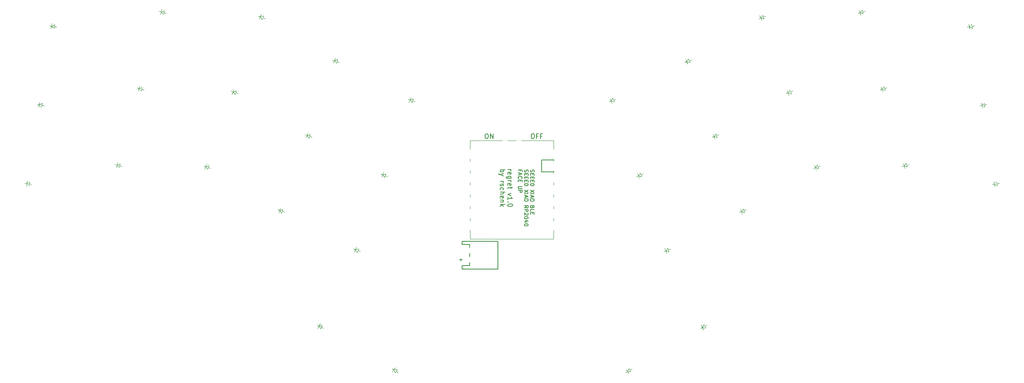
<source format=gto>
%TF.GenerationSoftware,KiCad,Pcbnew,7.0.5-0*%
%TF.CreationDate,2023-06-28T16:40:39-04:00*%
%TF.ProjectId,regret,72656772-6574-42e6-9b69-6361645f7063,1*%
%TF.SameCoordinates,Original*%
%TF.FileFunction,Legend,Top*%
%TF.FilePolarity,Positive*%
%FSLAX46Y46*%
G04 Gerber Fmt 4.6, Leading zero omitted, Abs format (unit mm)*
G04 Created by KiCad (PCBNEW 7.0.5-0) date 2023-06-28 16:40:39*
%MOMM*%
%LPD*%
G01*
G04 APERTURE LIST*
G04 Aperture macros list*
%AMRotRect*
0 Rectangle, with rotation*
0 The origin of the aperture is its center*
0 $1 length*
0 $2 width*
0 $3 Rotation angle, in degrees counterclockwise*
0 Add horizontal line*
21,1,$1,$2,0,0,$3*%
G04 Aperture macros list end*
%ADD10C,0.150000*%
%ADD11C,0.200000*%
%ADD12C,0.100000*%
%ADD13C,0.120000*%
%ADD14O,2.750000X1.800000*%
%ADD15R,2.750000X1.800000*%
%ADD16C,2.000000*%
%ADD17C,1.000000*%
%ADD18C,2.200000*%
%ADD19RotRect,0.900000X1.200000X16.000000*%
%ADD20C,1.701800*%
%ADD21C,3.000000*%
%ADD22C,3.429000*%
%ADD23RotRect,0.900000X1.200000X20.000000*%
%ADD24C,4.400000*%
%ADD25RotRect,0.900000X1.200000X9.000000*%
%ADD26RotRect,0.900000X1.200000X27.000000*%
%ADD27RotRect,0.900000X1.200000X340.000000*%
%ADD28RotRect,0.900000X1.200000X34.000000*%
%ADD29RotRect,0.900000X1.200000X326.000000*%
%ADD30RotRect,0.900000X1.200000X351.000000*%
%ADD31R,1.700000X1.200000*%
%ADD32O,1.700000X1.200000*%
%ADD33RotRect,0.900000X1.200000X344.000000*%
%ADD34RotRect,0.900000X1.200000X333.000000*%
%ADD35C,0.750000*%
G04 APERTURE END LIST*
D10*
X217200180Y-122931428D02*
X217866847Y-122931428D01*
X217676371Y-122931428D02*
X217771609Y-122979047D01*
X217771609Y-122979047D02*
X217819228Y-123026666D01*
X217819228Y-123026666D02*
X217866847Y-123121904D01*
X217866847Y-123121904D02*
X217866847Y-123217142D01*
X217247800Y-123931428D02*
X217200180Y-123836190D01*
X217200180Y-123836190D02*
X217200180Y-123645714D01*
X217200180Y-123645714D02*
X217247800Y-123550476D01*
X217247800Y-123550476D02*
X217343038Y-123502857D01*
X217343038Y-123502857D02*
X217723990Y-123502857D01*
X217723990Y-123502857D02*
X217819228Y-123550476D01*
X217819228Y-123550476D02*
X217866847Y-123645714D01*
X217866847Y-123645714D02*
X217866847Y-123836190D01*
X217866847Y-123836190D02*
X217819228Y-123931428D01*
X217819228Y-123931428D02*
X217723990Y-123979047D01*
X217723990Y-123979047D02*
X217628752Y-123979047D01*
X217628752Y-123979047D02*
X217533514Y-123502857D01*
X217866847Y-124836190D02*
X217057323Y-124836190D01*
X217057323Y-124836190D02*
X216962085Y-124788571D01*
X216962085Y-124788571D02*
X216914466Y-124740952D01*
X216914466Y-124740952D02*
X216866847Y-124645714D01*
X216866847Y-124645714D02*
X216866847Y-124502857D01*
X216866847Y-124502857D02*
X216914466Y-124407619D01*
X217247800Y-124836190D02*
X217200180Y-124740952D01*
X217200180Y-124740952D02*
X217200180Y-124550476D01*
X217200180Y-124550476D02*
X217247800Y-124455238D01*
X217247800Y-124455238D02*
X217295419Y-124407619D01*
X217295419Y-124407619D02*
X217390657Y-124360000D01*
X217390657Y-124360000D02*
X217676371Y-124360000D01*
X217676371Y-124360000D02*
X217771609Y-124407619D01*
X217771609Y-124407619D02*
X217819228Y-124455238D01*
X217819228Y-124455238D02*
X217866847Y-124550476D01*
X217866847Y-124550476D02*
X217866847Y-124740952D01*
X217866847Y-124740952D02*
X217819228Y-124836190D01*
X217200180Y-125312381D02*
X217866847Y-125312381D01*
X217676371Y-125312381D02*
X217771609Y-125360000D01*
X217771609Y-125360000D02*
X217819228Y-125407619D01*
X217819228Y-125407619D02*
X217866847Y-125502857D01*
X217866847Y-125502857D02*
X217866847Y-125598095D01*
X217247800Y-126312381D02*
X217200180Y-126217143D01*
X217200180Y-126217143D02*
X217200180Y-126026667D01*
X217200180Y-126026667D02*
X217247800Y-125931429D01*
X217247800Y-125931429D02*
X217343038Y-125883810D01*
X217343038Y-125883810D02*
X217723990Y-125883810D01*
X217723990Y-125883810D02*
X217819228Y-125931429D01*
X217819228Y-125931429D02*
X217866847Y-126026667D01*
X217866847Y-126026667D02*
X217866847Y-126217143D01*
X217866847Y-126217143D02*
X217819228Y-126312381D01*
X217819228Y-126312381D02*
X217723990Y-126360000D01*
X217723990Y-126360000D02*
X217628752Y-126360000D01*
X217628752Y-126360000D02*
X217533514Y-125883810D01*
X217866847Y-126645715D02*
X217866847Y-127026667D01*
X218200180Y-126788572D02*
X217343038Y-126788572D01*
X217343038Y-126788572D02*
X217247800Y-126836191D01*
X217247800Y-126836191D02*
X217200180Y-126931429D01*
X217200180Y-126931429D02*
X217200180Y-127026667D01*
X217866847Y-128026668D02*
X217200180Y-128264763D01*
X217200180Y-128264763D02*
X217866847Y-128502858D01*
X217200180Y-129407620D02*
X217200180Y-128836192D01*
X217200180Y-129121906D02*
X218200180Y-129121906D01*
X218200180Y-129121906D02*
X218057323Y-129026668D01*
X218057323Y-129026668D02*
X217962085Y-128931430D01*
X217962085Y-128931430D02*
X217914466Y-128836192D01*
X217295419Y-129836192D02*
X217247800Y-129883811D01*
X217247800Y-129883811D02*
X217200180Y-129836192D01*
X217200180Y-129836192D02*
X217247800Y-129788573D01*
X217247800Y-129788573D02*
X217295419Y-129836192D01*
X217295419Y-129836192D02*
X217200180Y-129836192D01*
X218200180Y-130502858D02*
X218200180Y-130598096D01*
X218200180Y-130598096D02*
X218152561Y-130693334D01*
X218152561Y-130693334D02*
X218104942Y-130740953D01*
X218104942Y-130740953D02*
X218009704Y-130788572D01*
X218009704Y-130788572D02*
X217819228Y-130836191D01*
X217819228Y-130836191D02*
X217581133Y-130836191D01*
X217581133Y-130836191D02*
X217390657Y-130788572D01*
X217390657Y-130788572D02*
X217295419Y-130740953D01*
X217295419Y-130740953D02*
X217247800Y-130693334D01*
X217247800Y-130693334D02*
X217200180Y-130598096D01*
X217200180Y-130598096D02*
X217200180Y-130502858D01*
X217200180Y-130502858D02*
X217247800Y-130407620D01*
X217247800Y-130407620D02*
X217295419Y-130360001D01*
X217295419Y-130360001D02*
X217390657Y-130312382D01*
X217390657Y-130312382D02*
X217581133Y-130264763D01*
X217581133Y-130264763D02*
X217819228Y-130264763D01*
X217819228Y-130264763D02*
X218009704Y-130312382D01*
X218009704Y-130312382D02*
X218104942Y-130360001D01*
X218104942Y-130360001D02*
X218152561Y-130407620D01*
X218152561Y-130407620D02*
X218200180Y-130502858D01*
X215590180Y-123002856D02*
X216590180Y-123002856D01*
X216209228Y-123002856D02*
X216256847Y-123098094D01*
X216256847Y-123098094D02*
X216256847Y-123288570D01*
X216256847Y-123288570D02*
X216209228Y-123383808D01*
X216209228Y-123383808D02*
X216161609Y-123431427D01*
X216161609Y-123431427D02*
X216066371Y-123479046D01*
X216066371Y-123479046D02*
X215780657Y-123479046D01*
X215780657Y-123479046D02*
X215685419Y-123431427D01*
X215685419Y-123431427D02*
X215637800Y-123383808D01*
X215637800Y-123383808D02*
X215590180Y-123288570D01*
X215590180Y-123288570D02*
X215590180Y-123098094D01*
X215590180Y-123098094D02*
X215637800Y-123002856D01*
X216256847Y-123812380D02*
X215590180Y-124050475D01*
X216256847Y-124288570D02*
X215590180Y-124050475D01*
X215590180Y-124050475D02*
X215352085Y-123955237D01*
X215352085Y-123955237D02*
X215304466Y-123907618D01*
X215304466Y-123907618D02*
X215256847Y-123812380D01*
X215590180Y-125431428D02*
X216256847Y-125431428D01*
X216066371Y-125431428D02*
X216161609Y-125479047D01*
X216161609Y-125479047D02*
X216209228Y-125526666D01*
X216209228Y-125526666D02*
X216256847Y-125621904D01*
X216256847Y-125621904D02*
X216256847Y-125717142D01*
X215637800Y-126002857D02*
X215590180Y-126098095D01*
X215590180Y-126098095D02*
X215590180Y-126288571D01*
X215590180Y-126288571D02*
X215637800Y-126383809D01*
X215637800Y-126383809D02*
X215733038Y-126431428D01*
X215733038Y-126431428D02*
X215780657Y-126431428D01*
X215780657Y-126431428D02*
X215875895Y-126383809D01*
X215875895Y-126383809D02*
X215923514Y-126288571D01*
X215923514Y-126288571D02*
X215923514Y-126145714D01*
X215923514Y-126145714D02*
X215971133Y-126050476D01*
X215971133Y-126050476D02*
X216066371Y-126002857D01*
X216066371Y-126002857D02*
X216113990Y-126002857D01*
X216113990Y-126002857D02*
X216209228Y-126050476D01*
X216209228Y-126050476D02*
X216256847Y-126145714D01*
X216256847Y-126145714D02*
X216256847Y-126288571D01*
X216256847Y-126288571D02*
X216209228Y-126383809D01*
X215637800Y-127288571D02*
X215590180Y-127193333D01*
X215590180Y-127193333D02*
X215590180Y-127002857D01*
X215590180Y-127002857D02*
X215637800Y-126907619D01*
X215637800Y-126907619D02*
X215685419Y-126860000D01*
X215685419Y-126860000D02*
X215780657Y-126812381D01*
X215780657Y-126812381D02*
X216066371Y-126812381D01*
X216066371Y-126812381D02*
X216161609Y-126860000D01*
X216161609Y-126860000D02*
X216209228Y-126907619D01*
X216209228Y-126907619D02*
X216256847Y-127002857D01*
X216256847Y-127002857D02*
X216256847Y-127193333D01*
X216256847Y-127193333D02*
X216209228Y-127288571D01*
X215590180Y-127717143D02*
X216590180Y-127717143D01*
X215590180Y-128145714D02*
X216113990Y-128145714D01*
X216113990Y-128145714D02*
X216209228Y-128098095D01*
X216209228Y-128098095D02*
X216256847Y-128002857D01*
X216256847Y-128002857D02*
X216256847Y-127860000D01*
X216256847Y-127860000D02*
X216209228Y-127764762D01*
X216209228Y-127764762D02*
X216161609Y-127717143D01*
X215637800Y-129002857D02*
X215590180Y-128907619D01*
X215590180Y-128907619D02*
X215590180Y-128717143D01*
X215590180Y-128717143D02*
X215637800Y-128621905D01*
X215637800Y-128621905D02*
X215733038Y-128574286D01*
X215733038Y-128574286D02*
X216113990Y-128574286D01*
X216113990Y-128574286D02*
X216209228Y-128621905D01*
X216209228Y-128621905D02*
X216256847Y-128717143D01*
X216256847Y-128717143D02*
X216256847Y-128907619D01*
X216256847Y-128907619D02*
X216209228Y-129002857D01*
X216209228Y-129002857D02*
X216113990Y-129050476D01*
X216113990Y-129050476D02*
X216018752Y-129050476D01*
X216018752Y-129050476D02*
X215923514Y-128574286D01*
X216256847Y-129479048D02*
X215590180Y-129479048D01*
X216161609Y-129479048D02*
X216209228Y-129526667D01*
X216209228Y-129526667D02*
X216256847Y-129621905D01*
X216256847Y-129621905D02*
X216256847Y-129764762D01*
X216256847Y-129764762D02*
X216209228Y-129860000D01*
X216209228Y-129860000D02*
X216113990Y-129907619D01*
X216113990Y-129907619D02*
X215590180Y-129907619D01*
X215590180Y-130383810D02*
X216590180Y-130383810D01*
X215971133Y-130479048D02*
X215590180Y-130764762D01*
X216256847Y-130764762D02*
X215875895Y-130383810D01*
D11*
X222414224Y-115308433D02*
X222604700Y-115308433D01*
X222604700Y-115308433D02*
X222699938Y-115356052D01*
X222699938Y-115356052D02*
X222795176Y-115451290D01*
X222795176Y-115451290D02*
X222842795Y-115641766D01*
X222842795Y-115641766D02*
X222842795Y-115975099D01*
X222842795Y-115975099D02*
X222795176Y-116165575D01*
X222795176Y-116165575D02*
X222699938Y-116260814D01*
X222699938Y-116260814D02*
X222604700Y-116308433D01*
X222604700Y-116308433D02*
X222414224Y-116308433D01*
X222414224Y-116308433D02*
X222318986Y-116260814D01*
X222318986Y-116260814D02*
X222223748Y-116165575D01*
X222223748Y-116165575D02*
X222176129Y-115975099D01*
X222176129Y-115975099D02*
X222176129Y-115641766D01*
X222176129Y-115641766D02*
X222223748Y-115451290D01*
X222223748Y-115451290D02*
X222318986Y-115356052D01*
X222318986Y-115356052D02*
X222414224Y-115308433D01*
X223604700Y-115784623D02*
X223271367Y-115784623D01*
X223271367Y-116308433D02*
X223271367Y-115308433D01*
X223271367Y-115308433D02*
X223747557Y-115308433D01*
X224461843Y-115784623D02*
X224128510Y-115784623D01*
X224128510Y-116308433D02*
X224128510Y-115308433D01*
X224128510Y-115308433D02*
X224604700Y-115308433D01*
X212614226Y-115308436D02*
X212804702Y-115308436D01*
X212804702Y-115308436D02*
X212899940Y-115356055D01*
X212899940Y-115356055D02*
X212995178Y-115451293D01*
X212995178Y-115451293D02*
X213042797Y-115641769D01*
X213042797Y-115641769D02*
X213042797Y-115975102D01*
X213042797Y-115975102D02*
X212995178Y-116165578D01*
X212995178Y-116165578D02*
X212899940Y-116260817D01*
X212899940Y-116260817D02*
X212804702Y-116308436D01*
X212804702Y-116308436D02*
X212614226Y-116308436D01*
X212614226Y-116308436D02*
X212518988Y-116260817D01*
X212518988Y-116260817D02*
X212423750Y-116165578D01*
X212423750Y-116165578D02*
X212376131Y-115975102D01*
X212376131Y-115975102D02*
X212376131Y-115641769D01*
X212376131Y-115641769D02*
X212423750Y-115451293D01*
X212423750Y-115451293D02*
X212518988Y-115356055D01*
X212518988Y-115356055D02*
X212614226Y-115308436D01*
X213471369Y-116308436D02*
X213471369Y-115308436D01*
X213471369Y-115308436D02*
X214042797Y-116308436D01*
X214042797Y-116308436D02*
X214042797Y-115308436D01*
D10*
X222049976Y-122992963D02*
X222011880Y-123107249D01*
X222011880Y-123107249D02*
X222011880Y-123297725D01*
X222011880Y-123297725D02*
X222049976Y-123373916D01*
X222049976Y-123373916D02*
X222088071Y-123412011D01*
X222088071Y-123412011D02*
X222164261Y-123450106D01*
X222164261Y-123450106D02*
X222240452Y-123450106D01*
X222240452Y-123450106D02*
X222316642Y-123412011D01*
X222316642Y-123412011D02*
X222354737Y-123373916D01*
X222354737Y-123373916D02*
X222392833Y-123297725D01*
X222392833Y-123297725D02*
X222430928Y-123145344D01*
X222430928Y-123145344D02*
X222469023Y-123069154D01*
X222469023Y-123069154D02*
X222507118Y-123031059D01*
X222507118Y-123031059D02*
X222583309Y-122992963D01*
X222583309Y-122992963D02*
X222659499Y-122992963D01*
X222659499Y-122992963D02*
X222735690Y-123031059D01*
X222735690Y-123031059D02*
X222773785Y-123069154D01*
X222773785Y-123069154D02*
X222811880Y-123145344D01*
X222811880Y-123145344D02*
X222811880Y-123335821D01*
X222811880Y-123335821D02*
X222773785Y-123450106D01*
X222430928Y-123792964D02*
X222430928Y-124059630D01*
X222011880Y-124173916D02*
X222011880Y-123792964D01*
X222011880Y-123792964D02*
X222811880Y-123792964D01*
X222811880Y-123792964D02*
X222811880Y-124173916D01*
X222430928Y-124516774D02*
X222430928Y-124783440D01*
X222011880Y-124897726D02*
X222011880Y-124516774D01*
X222011880Y-124516774D02*
X222811880Y-124516774D01*
X222811880Y-124516774D02*
X222811880Y-124897726D01*
X222430928Y-125240584D02*
X222430928Y-125507250D01*
X222011880Y-125621536D02*
X222011880Y-125240584D01*
X222011880Y-125240584D02*
X222811880Y-125240584D01*
X222811880Y-125240584D02*
X222811880Y-125621536D01*
X222011880Y-125964394D02*
X222811880Y-125964394D01*
X222811880Y-125964394D02*
X222811880Y-126154870D01*
X222811880Y-126154870D02*
X222773785Y-126269156D01*
X222773785Y-126269156D02*
X222697595Y-126345346D01*
X222697595Y-126345346D02*
X222621404Y-126383441D01*
X222621404Y-126383441D02*
X222469023Y-126421537D01*
X222469023Y-126421537D02*
X222354737Y-126421537D01*
X222354737Y-126421537D02*
X222202356Y-126383441D01*
X222202356Y-126383441D02*
X222126166Y-126345346D01*
X222126166Y-126345346D02*
X222049976Y-126269156D01*
X222049976Y-126269156D02*
X222011880Y-126154870D01*
X222011880Y-126154870D02*
X222011880Y-125964394D01*
X222811880Y-127297727D02*
X222011880Y-127831061D01*
X222811880Y-127831061D02*
X222011880Y-127297727D01*
X222011880Y-128135823D02*
X222811880Y-128135823D01*
X222240452Y-128478679D02*
X222240452Y-128859632D01*
X222011880Y-128402489D02*
X222811880Y-128669156D01*
X222811880Y-128669156D02*
X222011880Y-128935822D01*
X222811880Y-129354870D02*
X222811880Y-129507251D01*
X222811880Y-129507251D02*
X222773785Y-129583441D01*
X222773785Y-129583441D02*
X222697595Y-129659632D01*
X222697595Y-129659632D02*
X222545214Y-129697727D01*
X222545214Y-129697727D02*
X222278547Y-129697727D01*
X222278547Y-129697727D02*
X222126166Y-129659632D01*
X222126166Y-129659632D02*
X222049976Y-129583441D01*
X222049976Y-129583441D02*
X222011880Y-129507251D01*
X222011880Y-129507251D02*
X222011880Y-129354870D01*
X222011880Y-129354870D02*
X222049976Y-129278679D01*
X222049976Y-129278679D02*
X222126166Y-129202489D01*
X222126166Y-129202489D02*
X222278547Y-129164393D01*
X222278547Y-129164393D02*
X222545214Y-129164393D01*
X222545214Y-129164393D02*
X222697595Y-129202489D01*
X222697595Y-129202489D02*
X222773785Y-129278679D01*
X222773785Y-129278679D02*
X222811880Y-129354870D01*
X222430928Y-130916774D02*
X222392833Y-131031060D01*
X222392833Y-131031060D02*
X222354737Y-131069155D01*
X222354737Y-131069155D02*
X222278547Y-131107251D01*
X222278547Y-131107251D02*
X222164261Y-131107251D01*
X222164261Y-131107251D02*
X222088071Y-131069155D01*
X222088071Y-131069155D02*
X222049976Y-131031060D01*
X222049976Y-131031060D02*
X222011880Y-130954870D01*
X222011880Y-130954870D02*
X222011880Y-130650108D01*
X222011880Y-130650108D02*
X222811880Y-130650108D01*
X222811880Y-130650108D02*
X222811880Y-130916774D01*
X222811880Y-130916774D02*
X222773785Y-130992965D01*
X222773785Y-130992965D02*
X222735690Y-131031060D01*
X222735690Y-131031060D02*
X222659499Y-131069155D01*
X222659499Y-131069155D02*
X222583309Y-131069155D01*
X222583309Y-131069155D02*
X222507118Y-131031060D01*
X222507118Y-131031060D02*
X222469023Y-130992965D01*
X222469023Y-130992965D02*
X222430928Y-130916774D01*
X222430928Y-130916774D02*
X222430928Y-130650108D01*
X222011880Y-131831060D02*
X222011880Y-131450108D01*
X222011880Y-131450108D02*
X222811880Y-131450108D01*
X222430928Y-132097727D02*
X222430928Y-132364393D01*
X222011880Y-132478679D02*
X222011880Y-132097727D01*
X222011880Y-132097727D02*
X222811880Y-132097727D01*
X222811880Y-132097727D02*
X222811880Y-132478679D01*
X220761976Y-122992963D02*
X220723880Y-123107249D01*
X220723880Y-123107249D02*
X220723880Y-123297725D01*
X220723880Y-123297725D02*
X220761976Y-123373916D01*
X220761976Y-123373916D02*
X220800071Y-123412011D01*
X220800071Y-123412011D02*
X220876261Y-123450106D01*
X220876261Y-123450106D02*
X220952452Y-123450106D01*
X220952452Y-123450106D02*
X221028642Y-123412011D01*
X221028642Y-123412011D02*
X221066737Y-123373916D01*
X221066737Y-123373916D02*
X221104833Y-123297725D01*
X221104833Y-123297725D02*
X221142928Y-123145344D01*
X221142928Y-123145344D02*
X221181023Y-123069154D01*
X221181023Y-123069154D02*
X221219118Y-123031059D01*
X221219118Y-123031059D02*
X221295309Y-122992963D01*
X221295309Y-122992963D02*
X221371499Y-122992963D01*
X221371499Y-122992963D02*
X221447690Y-123031059D01*
X221447690Y-123031059D02*
X221485785Y-123069154D01*
X221485785Y-123069154D02*
X221523880Y-123145344D01*
X221523880Y-123145344D02*
X221523880Y-123335821D01*
X221523880Y-123335821D02*
X221485785Y-123450106D01*
X221142928Y-123792964D02*
X221142928Y-124059630D01*
X220723880Y-124173916D02*
X220723880Y-123792964D01*
X220723880Y-123792964D02*
X221523880Y-123792964D01*
X221523880Y-123792964D02*
X221523880Y-124173916D01*
X221142928Y-124516774D02*
X221142928Y-124783440D01*
X220723880Y-124897726D02*
X220723880Y-124516774D01*
X220723880Y-124516774D02*
X221523880Y-124516774D01*
X221523880Y-124516774D02*
X221523880Y-124897726D01*
X221142928Y-125240584D02*
X221142928Y-125507250D01*
X220723880Y-125621536D02*
X220723880Y-125240584D01*
X220723880Y-125240584D02*
X221523880Y-125240584D01*
X221523880Y-125240584D02*
X221523880Y-125621536D01*
X220723880Y-125964394D02*
X221523880Y-125964394D01*
X221523880Y-125964394D02*
X221523880Y-126154870D01*
X221523880Y-126154870D02*
X221485785Y-126269156D01*
X221485785Y-126269156D02*
X221409595Y-126345346D01*
X221409595Y-126345346D02*
X221333404Y-126383441D01*
X221333404Y-126383441D02*
X221181023Y-126421537D01*
X221181023Y-126421537D02*
X221066737Y-126421537D01*
X221066737Y-126421537D02*
X220914356Y-126383441D01*
X220914356Y-126383441D02*
X220838166Y-126345346D01*
X220838166Y-126345346D02*
X220761976Y-126269156D01*
X220761976Y-126269156D02*
X220723880Y-126154870D01*
X220723880Y-126154870D02*
X220723880Y-125964394D01*
X221523880Y-127297727D02*
X220723880Y-127831061D01*
X221523880Y-127831061D02*
X220723880Y-127297727D01*
X220723880Y-128135823D02*
X221523880Y-128135823D01*
X220952452Y-128478679D02*
X220952452Y-128859632D01*
X220723880Y-128402489D02*
X221523880Y-128669156D01*
X221523880Y-128669156D02*
X220723880Y-128935822D01*
X221523880Y-129354870D02*
X221523880Y-129507251D01*
X221523880Y-129507251D02*
X221485785Y-129583441D01*
X221485785Y-129583441D02*
X221409595Y-129659632D01*
X221409595Y-129659632D02*
X221257214Y-129697727D01*
X221257214Y-129697727D02*
X220990547Y-129697727D01*
X220990547Y-129697727D02*
X220838166Y-129659632D01*
X220838166Y-129659632D02*
X220761976Y-129583441D01*
X220761976Y-129583441D02*
X220723880Y-129507251D01*
X220723880Y-129507251D02*
X220723880Y-129354870D01*
X220723880Y-129354870D02*
X220761976Y-129278679D01*
X220761976Y-129278679D02*
X220838166Y-129202489D01*
X220838166Y-129202489D02*
X220990547Y-129164393D01*
X220990547Y-129164393D02*
X221257214Y-129164393D01*
X221257214Y-129164393D02*
X221409595Y-129202489D01*
X221409595Y-129202489D02*
X221485785Y-129278679D01*
X221485785Y-129278679D02*
X221523880Y-129354870D01*
X220723880Y-131107251D02*
X221104833Y-130840584D01*
X220723880Y-130650108D02*
X221523880Y-130650108D01*
X221523880Y-130650108D02*
X221523880Y-130954870D01*
X221523880Y-130954870D02*
X221485785Y-131031060D01*
X221485785Y-131031060D02*
X221447690Y-131069155D01*
X221447690Y-131069155D02*
X221371499Y-131107251D01*
X221371499Y-131107251D02*
X221257214Y-131107251D01*
X221257214Y-131107251D02*
X221181023Y-131069155D01*
X221181023Y-131069155D02*
X221142928Y-131031060D01*
X221142928Y-131031060D02*
X221104833Y-130954870D01*
X221104833Y-130954870D02*
X221104833Y-130650108D01*
X220723880Y-131450108D02*
X221523880Y-131450108D01*
X221523880Y-131450108D02*
X221523880Y-131754870D01*
X221523880Y-131754870D02*
X221485785Y-131831060D01*
X221485785Y-131831060D02*
X221447690Y-131869155D01*
X221447690Y-131869155D02*
X221371499Y-131907251D01*
X221371499Y-131907251D02*
X221257214Y-131907251D01*
X221257214Y-131907251D02*
X221181023Y-131869155D01*
X221181023Y-131869155D02*
X221142928Y-131831060D01*
X221142928Y-131831060D02*
X221104833Y-131754870D01*
X221104833Y-131754870D02*
X221104833Y-131450108D01*
X221447690Y-132212012D02*
X221485785Y-132250108D01*
X221485785Y-132250108D02*
X221523880Y-132326298D01*
X221523880Y-132326298D02*
X221523880Y-132516774D01*
X221523880Y-132516774D02*
X221485785Y-132592965D01*
X221485785Y-132592965D02*
X221447690Y-132631060D01*
X221447690Y-132631060D02*
X221371499Y-132669155D01*
X221371499Y-132669155D02*
X221295309Y-132669155D01*
X221295309Y-132669155D02*
X221181023Y-132631060D01*
X221181023Y-132631060D02*
X220723880Y-132173917D01*
X220723880Y-132173917D02*
X220723880Y-132669155D01*
X221523880Y-133164394D02*
X221523880Y-133240584D01*
X221523880Y-133240584D02*
X221485785Y-133316775D01*
X221485785Y-133316775D02*
X221447690Y-133354870D01*
X221447690Y-133354870D02*
X221371499Y-133392965D01*
X221371499Y-133392965D02*
X221219118Y-133431060D01*
X221219118Y-133431060D02*
X221028642Y-133431060D01*
X221028642Y-133431060D02*
X220876261Y-133392965D01*
X220876261Y-133392965D02*
X220800071Y-133354870D01*
X220800071Y-133354870D02*
X220761976Y-133316775D01*
X220761976Y-133316775D02*
X220723880Y-133240584D01*
X220723880Y-133240584D02*
X220723880Y-133164394D01*
X220723880Y-133164394D02*
X220761976Y-133088203D01*
X220761976Y-133088203D02*
X220800071Y-133050108D01*
X220800071Y-133050108D02*
X220876261Y-133012013D01*
X220876261Y-133012013D02*
X221028642Y-132973917D01*
X221028642Y-132973917D02*
X221219118Y-132973917D01*
X221219118Y-132973917D02*
X221371499Y-133012013D01*
X221371499Y-133012013D02*
X221447690Y-133050108D01*
X221447690Y-133050108D02*
X221485785Y-133088203D01*
X221485785Y-133088203D02*
X221523880Y-133164394D01*
X221257214Y-134116775D02*
X220723880Y-134116775D01*
X221561976Y-133926299D02*
X220990547Y-133735822D01*
X220990547Y-133735822D02*
X220990547Y-134231061D01*
X221523880Y-134688204D02*
X221523880Y-134764394D01*
X221523880Y-134764394D02*
X221485785Y-134840585D01*
X221485785Y-134840585D02*
X221447690Y-134878680D01*
X221447690Y-134878680D02*
X221371499Y-134916775D01*
X221371499Y-134916775D02*
X221219118Y-134954870D01*
X221219118Y-134954870D02*
X221028642Y-134954870D01*
X221028642Y-134954870D02*
X220876261Y-134916775D01*
X220876261Y-134916775D02*
X220800071Y-134878680D01*
X220800071Y-134878680D02*
X220761976Y-134840585D01*
X220761976Y-134840585D02*
X220723880Y-134764394D01*
X220723880Y-134764394D02*
X220723880Y-134688204D01*
X220723880Y-134688204D02*
X220761976Y-134612013D01*
X220761976Y-134612013D02*
X220800071Y-134573918D01*
X220800071Y-134573918D02*
X220876261Y-134535823D01*
X220876261Y-134535823D02*
X221028642Y-134497727D01*
X221028642Y-134497727D02*
X221219118Y-134497727D01*
X221219118Y-134497727D02*
X221371499Y-134535823D01*
X221371499Y-134535823D02*
X221447690Y-134573918D01*
X221447690Y-134573918D02*
X221485785Y-134612013D01*
X221485785Y-134612013D02*
X221523880Y-134688204D01*
X219854928Y-123297725D02*
X219854928Y-123031059D01*
X219435880Y-123031059D02*
X220235880Y-123031059D01*
X220235880Y-123031059D02*
X220235880Y-123412011D01*
X219664452Y-123678677D02*
X219664452Y-124059630D01*
X219435880Y-123602487D02*
X220235880Y-123869154D01*
X220235880Y-123869154D02*
X219435880Y-124135820D01*
X219512071Y-124859630D02*
X219473976Y-124821534D01*
X219473976Y-124821534D02*
X219435880Y-124707249D01*
X219435880Y-124707249D02*
X219435880Y-124631058D01*
X219435880Y-124631058D02*
X219473976Y-124516772D01*
X219473976Y-124516772D02*
X219550166Y-124440582D01*
X219550166Y-124440582D02*
X219626356Y-124402487D01*
X219626356Y-124402487D02*
X219778737Y-124364391D01*
X219778737Y-124364391D02*
X219893023Y-124364391D01*
X219893023Y-124364391D02*
X220045404Y-124402487D01*
X220045404Y-124402487D02*
X220121595Y-124440582D01*
X220121595Y-124440582D02*
X220197785Y-124516772D01*
X220197785Y-124516772D02*
X220235880Y-124631058D01*
X220235880Y-124631058D02*
X220235880Y-124707249D01*
X220235880Y-124707249D02*
X220197785Y-124821534D01*
X220197785Y-124821534D02*
X220159690Y-124859630D01*
X219854928Y-125202487D02*
X219854928Y-125469153D01*
X219435880Y-125583439D02*
X219435880Y-125202487D01*
X219435880Y-125202487D02*
X220235880Y-125202487D01*
X220235880Y-125202487D02*
X220235880Y-125583439D01*
X220235880Y-126535821D02*
X219588261Y-126535821D01*
X219588261Y-126535821D02*
X219512071Y-126573916D01*
X219512071Y-126573916D02*
X219473976Y-126612011D01*
X219473976Y-126612011D02*
X219435880Y-126688202D01*
X219435880Y-126688202D02*
X219435880Y-126840583D01*
X219435880Y-126840583D02*
X219473976Y-126916773D01*
X219473976Y-126916773D02*
X219512071Y-126954868D01*
X219512071Y-126954868D02*
X219588261Y-126992964D01*
X219588261Y-126992964D02*
X220235880Y-126992964D01*
X219435880Y-127373916D02*
X220235880Y-127373916D01*
X220235880Y-127373916D02*
X220235880Y-127678678D01*
X220235880Y-127678678D02*
X220197785Y-127754868D01*
X220197785Y-127754868D02*
X220159690Y-127792963D01*
X220159690Y-127792963D02*
X220083499Y-127831059D01*
X220083499Y-127831059D02*
X219969214Y-127831059D01*
X219969214Y-127831059D02*
X219893023Y-127792963D01*
X219893023Y-127792963D02*
X219854928Y-127754868D01*
X219854928Y-127754868D02*
X219816833Y-127678678D01*
X219816833Y-127678678D02*
X219816833Y-127373916D01*
D12*
X291762875Y-89587159D02*
X292147379Y-89476904D01*
X292147379Y-89476904D02*
X291995779Y-88948210D01*
X292147379Y-89476904D02*
X292298980Y-90005598D01*
X292147379Y-89476904D02*
X292613881Y-88927017D01*
X292613881Y-88927017D02*
X292834391Y-89696026D01*
X292724136Y-89311522D02*
X293204767Y-89173703D01*
X292834391Y-89696026D02*
X292147379Y-89476904D01*
X296448712Y-105928609D02*
X296833216Y-105818354D01*
X296833216Y-105818354D02*
X296681616Y-105289660D01*
X296833216Y-105818354D02*
X296984817Y-106347048D01*
X296833216Y-105818354D02*
X297299718Y-105268467D01*
X297299718Y-105268467D02*
X297520228Y-106037476D01*
X297409973Y-105652972D02*
X297890604Y-105515153D01*
X297520228Y-106037476D02*
X296833216Y-105818354D01*
X260699386Y-116026837D02*
X261075263Y-115890029D01*
X261075263Y-115890029D02*
X260887152Y-115373198D01*
X261075263Y-115890029D02*
X261263374Y-116406860D01*
X261075263Y-115890029D02*
X261502270Y-115308940D01*
X261502270Y-115308940D02*
X261775886Y-116060694D01*
X261639078Y-115684817D02*
X262108924Y-115513807D01*
X261775886Y-116060694D02*
X261075263Y-115890029D01*
X266513728Y-132001613D02*
X266889605Y-131864805D01*
X266889605Y-131864805D02*
X266701494Y-131347974D01*
X266889605Y-131864805D02*
X267077716Y-132381636D01*
X266889605Y-131864805D02*
X267316612Y-131283716D01*
X267316612Y-131283716D02*
X267590228Y-132035470D01*
X267453420Y-131659593D02*
X267923266Y-131488583D01*
X267590228Y-132035470D02*
X266889605Y-131864805D01*
D13*
X209196176Y-116741899D02*
X226976176Y-116741899D01*
X209196176Y-118641899D02*
X209196176Y-116741899D01*
X209196176Y-120616899D02*
X209196176Y-121146899D01*
X209196176Y-123156899D02*
X209196176Y-123686899D01*
X209196176Y-125696899D02*
X209196176Y-126226899D01*
X209196176Y-128236899D02*
X209196176Y-128766899D01*
X209196176Y-130776899D02*
X209196176Y-131306899D01*
X209196176Y-133316899D02*
X209196176Y-133846899D01*
X209196176Y-137741899D02*
X209196176Y-135841899D01*
D10*
X224436176Y-120891899D02*
X224436176Y-123431899D01*
X224436176Y-120891899D02*
X226976176Y-120891899D01*
X224436176Y-123431899D02*
X226976176Y-123431899D01*
D13*
X226976176Y-116751899D02*
X226976176Y-118591899D01*
X226976176Y-120631899D02*
X226976176Y-121161899D01*
X226976176Y-123166899D02*
X226976176Y-123696899D01*
X226976176Y-125706899D02*
X226976176Y-126236899D01*
X226976176Y-128236899D02*
X226976176Y-128766899D01*
X226976176Y-130786899D02*
X226976176Y-131316899D01*
X226976176Y-133326899D02*
X226976176Y-133856899D01*
X226976176Y-135851899D02*
X226976176Y-137741899D01*
X226976176Y-137741899D02*
X209196176Y-137741899D01*
D12*
X315040949Y-92511691D02*
X315436024Y-92449117D01*
X315436024Y-92449117D02*
X315349985Y-91905888D01*
X315436024Y-92449117D02*
X315522063Y-92992346D01*
X315436024Y-92449117D02*
X315966063Y-91960181D01*
X315966063Y-91960181D02*
X316091211Y-92750332D01*
X316028637Y-92355256D02*
X316522481Y-92277039D01*
X316091211Y-92750332D02*
X315436024Y-92449117D01*
X258234580Y-156789225D02*
X258590983Y-156607629D01*
X258590983Y-156607629D02*
X258341288Y-156117575D01*
X258590983Y-156607629D02*
X258840677Y-157097682D01*
X258590983Y-156607629D02*
X258943990Y-155978832D01*
X258943990Y-155978832D02*
X259307183Y-156691637D01*
X259125587Y-156335234D02*
X259571090Y-156108239D01*
X259307183Y-156691637D02*
X258590983Y-156607629D01*
X179877765Y-99539034D02*
X180253642Y-99675842D01*
X180253642Y-99675842D02*
X180441753Y-99159011D01*
X180253642Y-99675842D02*
X180065531Y-100192673D01*
X180253642Y-99675842D02*
X180954265Y-99505177D01*
X180954265Y-99505177D02*
X180680649Y-100256931D01*
X180817457Y-99881054D02*
X181287303Y-100052064D01*
X180680649Y-100256931D02*
X180253642Y-99675842D01*
X242348284Y-166253240D02*
X242679899Y-166029563D01*
X242679899Y-166029563D02*
X242372343Y-165573592D01*
X242679899Y-166029563D02*
X242987455Y-166485533D01*
X242679899Y-166029563D02*
X242953644Y-165362432D01*
X242953644Y-165362432D02*
X243400999Y-166025662D01*
X243177321Y-165694047D02*
X243591840Y-165414450D01*
X243400999Y-166025662D02*
X242679899Y-166029563D01*
X317700338Y-109302390D02*
X318095413Y-109239816D01*
X318095413Y-109239816D02*
X318009374Y-108696587D01*
X318095413Y-109239816D02*
X318181452Y-109783045D01*
X318095413Y-109239816D02*
X318625452Y-108750880D01*
X318625452Y-108750880D02*
X318750600Y-109541031D01*
X318688026Y-109145955D02*
X319181870Y-109067738D01*
X318750600Y-109541031D02*
X318095413Y-109239816D01*
X250411555Y-140389741D02*
X250787432Y-140252933D01*
X250787432Y-140252933D02*
X250599321Y-139736102D01*
X250787432Y-140252933D02*
X250975543Y-140769764D01*
X250787432Y-140252933D02*
X251214439Y-139671844D01*
X251214439Y-139671844D02*
X251488055Y-140423598D01*
X251351247Y-140047721D02*
X251821093Y-139876711D01*
X251488055Y-140423598D02*
X250787432Y-140252933D01*
X195979933Y-107927164D02*
X196355810Y-108063972D01*
X196355810Y-108063972D02*
X196543921Y-107547141D01*
X196355810Y-108063972D02*
X196167699Y-108580803D01*
X196355810Y-108063972D02*
X197056433Y-107893307D01*
X197056433Y-107893307D02*
X196782817Y-108645061D01*
X196919625Y-108269184D02*
X197389471Y-108440194D01*
X196782817Y-108645061D02*
X196355810Y-108063972D01*
X192580490Y-165414460D02*
X192912105Y-165638137D01*
X192912105Y-165638137D02*
X193219661Y-165182167D01*
X192912105Y-165638137D02*
X192604549Y-166094108D01*
X192912105Y-165638137D02*
X193633205Y-165642038D01*
X193633205Y-165642038D02*
X193185850Y-166305268D01*
X193409527Y-165973653D02*
X193824046Y-166253250D01*
X193185850Y-166305268D02*
X192912105Y-165638137D01*
X114331079Y-125858444D02*
X114726154Y-125921018D01*
X114726154Y-125921018D02*
X114812193Y-125377789D01*
X114726154Y-125921018D02*
X114640115Y-126464247D01*
X114726154Y-125921018D02*
X115381341Y-125619803D01*
X115381341Y-125619803D02*
X115256193Y-126409954D01*
X115318767Y-126014879D02*
X115812611Y-126093096D01*
X115256193Y-126409954D02*
X114726154Y-125921018D01*
X158303269Y-106185982D02*
X158679146Y-106322790D01*
X158679146Y-106322790D02*
X158867257Y-105805959D01*
X158679146Y-106322790D02*
X158491035Y-106839621D01*
X158679146Y-106322790D02*
X159379769Y-106152125D01*
X159379769Y-106152125D02*
X159106153Y-106903879D01*
X159242961Y-106528002D02*
X159712807Y-106699012D01*
X159106153Y-106903879D02*
X158679146Y-106322790D01*
D10*
X207486176Y-144141892D02*
X215086176Y-144141892D01*
X215086176Y-144141892D02*
X215086176Y-138241892D01*
X207486176Y-143441892D02*
X207486176Y-144141892D01*
X209086176Y-143441892D02*
X207486176Y-143441892D01*
X207236176Y-142441892D02*
X207236176Y-141941892D01*
X206986176Y-142191892D02*
X207486176Y-142191892D01*
X207486176Y-138941892D02*
X209086176Y-138941892D01*
X209086176Y-138941892D02*
X209086176Y-143441892D01*
X207486176Y-138241892D02*
X207486176Y-138941892D01*
X215086176Y-138241892D02*
X207486176Y-138241892D01*
D12*
X119649861Y-92277039D02*
X120044936Y-92339613D01*
X120044936Y-92339613D02*
X120130975Y-91796384D01*
X120044936Y-92339613D02*
X119958897Y-92882842D01*
X120044936Y-92339613D02*
X120700123Y-92038398D01*
X120700123Y-92038398D02*
X120574975Y-92828549D01*
X120637549Y-92433474D02*
X121131393Y-92511691D01*
X120574975Y-92828549D02*
X120044936Y-92339613D01*
X152488926Y-122160762D02*
X152864803Y-122297570D01*
X152864803Y-122297570D02*
X153052914Y-121780739D01*
X152864803Y-122297570D02*
X152676692Y-122814401D01*
X152864803Y-122297570D02*
X153565426Y-122126905D01*
X153565426Y-122126905D02*
X153291810Y-122878659D01*
X153428618Y-122502782D02*
X153898464Y-122673792D01*
X153291810Y-122878659D02*
X152864803Y-122297570D01*
X301134545Y-122270061D02*
X301519049Y-122159806D01*
X301519049Y-122159806D02*
X301367449Y-121631112D01*
X301519049Y-122159806D02*
X301670650Y-122688500D01*
X301519049Y-122159806D02*
X301985551Y-121609919D01*
X301985551Y-121609919D02*
X302206061Y-122378928D01*
X302095806Y-121994424D02*
X302576437Y-121856605D01*
X302206061Y-122378928D02*
X301519049Y-122159806D01*
X320359726Y-126093092D02*
X320754801Y-126030518D01*
X320754801Y-126030518D02*
X320668762Y-125487289D01*
X320754801Y-126030518D02*
X320840840Y-126573747D01*
X320754801Y-126030518D02*
X321284840Y-125541582D01*
X321284840Y-125541582D02*
X321409988Y-126331733D01*
X321347414Y-125936657D02*
X321841258Y-125858440D01*
X321409988Y-126331733D02*
X320754801Y-126030518D01*
X270645191Y-90724238D02*
X271021068Y-90587430D01*
X271021068Y-90587430D02*
X270832957Y-90070599D01*
X271021068Y-90587430D02*
X271209179Y-91104261D01*
X271021068Y-90587430D02*
X271448075Y-90006341D01*
X271448075Y-90006341D02*
X271721691Y-90758095D01*
X271584883Y-90382218D02*
X272054729Y-90211208D01*
X271721691Y-90758095D02*
X271021068Y-90587430D01*
X238782872Y-108440194D02*
X239158749Y-108303386D01*
X239158749Y-108303386D02*
X238970638Y-107786555D01*
X239158749Y-108303386D02*
X239346860Y-108820217D01*
X239158749Y-108303386D02*
X239585756Y-107722297D01*
X239585756Y-107722297D02*
X239859372Y-108474051D01*
X239722564Y-108098174D02*
X240192410Y-107927164D01*
X239859372Y-108474051D02*
X239158749Y-108303386D01*
X138281740Y-105515149D02*
X138666244Y-105625404D01*
X138666244Y-105625404D02*
X138817845Y-105096710D01*
X138666244Y-105625404D02*
X138514644Y-106154098D01*
X138666244Y-105625404D02*
X139353256Y-105406282D01*
X139353256Y-105406282D02*
X139132746Y-106175291D01*
X139243001Y-105790786D02*
X139723632Y-105928605D01*
X139132746Y-106175291D02*
X138666244Y-105625404D01*
X133595905Y-121856605D02*
X133980409Y-121966860D01*
X133980409Y-121966860D02*
X134132010Y-121438166D01*
X133980409Y-121966860D02*
X133828809Y-122495554D01*
X133980409Y-121966860D02*
X134667421Y-121747738D01*
X134667421Y-121747738D02*
X134446911Y-122516747D01*
X134557166Y-122132242D02*
X135037797Y-122270061D01*
X134446911Y-122516747D02*
X133980409Y-121966860D01*
X254885044Y-100052059D02*
X255260921Y-99915251D01*
X255260921Y-99915251D02*
X255072810Y-99398420D01*
X255260921Y-99915251D02*
X255449032Y-100432082D01*
X255260921Y-99915251D02*
X255687928Y-99334162D01*
X255687928Y-99334162D02*
X255961544Y-100085916D01*
X255824736Y-99710039D02*
X256294582Y-99539029D01*
X255961544Y-100085916D02*
X255260921Y-99915251D01*
X174063420Y-115513807D02*
X174439297Y-115650615D01*
X174439297Y-115650615D02*
X174627408Y-115133784D01*
X174439297Y-115650615D02*
X174251186Y-116167446D01*
X174439297Y-115650615D02*
X175139920Y-115479950D01*
X175139920Y-115479950D02*
X174866304Y-116231704D01*
X175003112Y-115855827D02*
X175472958Y-116026837D01*
X174866304Y-116231704D02*
X174439297Y-115650615D01*
X190165584Y-123901937D02*
X190541461Y-124038745D01*
X190541461Y-124038745D02*
X190729572Y-123521914D01*
X190541461Y-124038745D02*
X190353350Y-124555576D01*
X190541461Y-124038745D02*
X191242084Y-123868080D01*
X191242084Y-123868080D02*
X190968468Y-124619834D01*
X191105276Y-124243957D02*
X191575122Y-124414967D01*
X190968468Y-124619834D02*
X190541461Y-124038745D01*
X244597212Y-124414973D02*
X244973089Y-124278165D01*
X244973089Y-124278165D02*
X244784978Y-123761334D01*
X244973089Y-124278165D02*
X245161200Y-124794996D01*
X244973089Y-124278165D02*
X245400096Y-123697076D01*
X245400096Y-123697076D02*
X245673712Y-124448830D01*
X245536904Y-124072953D02*
X246006750Y-123901943D01*
X245673712Y-124448830D02*
X244973089Y-124278165D01*
X184351240Y-139876707D02*
X184727117Y-140013515D01*
X184727117Y-140013515D02*
X184915228Y-139496684D01*
X184727117Y-140013515D02*
X184539006Y-140530346D01*
X184727117Y-140013515D02*
X185427740Y-139842850D01*
X185427740Y-139842850D02*
X185154124Y-140594604D01*
X185290932Y-140218727D02*
X185760778Y-140389737D01*
X185154124Y-140594604D02*
X184727117Y-140013515D01*
X116990469Y-109067740D02*
X117385544Y-109130314D01*
X117385544Y-109130314D02*
X117471583Y-108587085D01*
X117385544Y-109130314D02*
X117299505Y-109673543D01*
X117385544Y-109130314D02*
X118040731Y-108829099D01*
X118040731Y-108829099D02*
X117915583Y-109619250D01*
X117978157Y-109224175D02*
X118472001Y-109302392D01*
X117915583Y-109619250D02*
X117385544Y-109130314D01*
X176601245Y-156108240D02*
X176957648Y-156289836D01*
X176957648Y-156289836D02*
X177207342Y-155799783D01*
X176957648Y-156289836D02*
X176707953Y-156779890D01*
X176957648Y-156289836D02*
X177673848Y-156205828D01*
X177673848Y-156205828D02*
X177310655Y-156918633D01*
X177492252Y-156562231D02*
X177937755Y-156789226D01*
X177310655Y-156918633D02*
X176957648Y-156289836D01*
X276459530Y-106699010D02*
X276835407Y-106562202D01*
X276835407Y-106562202D02*
X276647296Y-106045371D01*
X276835407Y-106562202D02*
X277023518Y-107079033D01*
X276835407Y-106562202D02*
X277262414Y-105981113D01*
X277262414Y-105981113D02*
X277536030Y-106732867D01*
X277399222Y-106356990D02*
X277869068Y-106185980D01*
X277536030Y-106732867D02*
X276835407Y-106562202D01*
X142967571Y-89173709D02*
X143352075Y-89283964D01*
X143352075Y-89283964D02*
X143503676Y-88755270D01*
X143352075Y-89283964D02*
X143200475Y-89812658D01*
X143352075Y-89283964D02*
X144039087Y-89064842D01*
X144039087Y-89064842D02*
X143818577Y-89833851D01*
X143928832Y-89449346D02*
X144409463Y-89587165D01*
X143818577Y-89833851D02*
X143352075Y-89283964D01*
X282273875Y-122673783D02*
X282649752Y-122536975D01*
X282649752Y-122536975D02*
X282461641Y-122020144D01*
X282649752Y-122536975D02*
X282837863Y-123053806D01*
X282649752Y-122536975D02*
X283076759Y-121955886D01*
X283076759Y-121955886D02*
X283350375Y-122707640D01*
X283213567Y-122331763D02*
X283683413Y-122160753D01*
X283350375Y-122707640D02*
X282649752Y-122536975D01*
X164117611Y-90211203D02*
X164493488Y-90348011D01*
X164493488Y-90348011D02*
X164681599Y-89831180D01*
X164493488Y-90348011D02*
X164305377Y-90864842D01*
X164493488Y-90348011D02*
X165194111Y-90177346D01*
X165194111Y-90177346D02*
X164920495Y-90929100D01*
X165057303Y-90553223D02*
X165527149Y-90724233D01*
X164920495Y-90929100D02*
X164493488Y-90348011D01*
X168249072Y-131488579D02*
X168624949Y-131625387D01*
X168624949Y-131625387D02*
X168813060Y-131108556D01*
X168624949Y-131625387D02*
X168436838Y-132142218D01*
X168624949Y-131625387D02*
X169325572Y-131454722D01*
X169325572Y-131454722D02*
X169051956Y-132206476D01*
X169188764Y-131830599D02*
X169658610Y-132001609D01*
X169051956Y-132206476D02*
X168624949Y-131625387D01*
D14*
X209991176Y-119621899D03*
X209991176Y-122161899D03*
X209991176Y-124701899D03*
X209991176Y-127241899D03*
X209991176Y-129781899D03*
X209991176Y-132321899D03*
X209991176Y-134861899D03*
X226181176Y-134861899D03*
X226181176Y-132321899D03*
X226181176Y-129781899D03*
X226181176Y-127241899D03*
X226181176Y-124701899D03*
D15*
X226181176Y-122161899D03*
D14*
X226181176Y-119621899D03*
D16*
X216816176Y-121209899D03*
X213641176Y-126924899D03*
%LPC*%
D17*
X216586171Y-116741899D03*
X219586171Y-116741899D03*
D18*
X307349064Y-106756118D03*
D19*
X290897739Y-89835233D03*
X294069903Y-88925629D03*
D20*
X174502728Y-149764059D03*
D21*
X182104507Y-146959518D03*
D22*
X179403264Y-152261007D03*
D21*
X185560761Y-151189685D03*
D20*
X184303800Y-154757955D03*
D19*
X295583576Y-106176683D03*
X298755740Y-105267079D03*
D20*
X187309538Y-117860785D03*
D21*
X194512867Y-114150725D03*
D22*
X192477847Y-119741896D03*
D21*
X198458886Y-117928149D03*
D20*
X197646156Y-121623007D03*
X254628348Y-113234871D03*
D21*
X257761637Y-105762589D03*
D22*
X259796657Y-111353760D03*
D21*
X263212545Y-106119812D03*
D20*
X264964966Y-109472649D03*
D23*
X259853662Y-116334655D03*
X262954648Y-115205989D03*
D20*
X171207371Y-109472652D03*
D21*
X178410700Y-105762592D03*
D22*
X176375680Y-111353763D03*
D21*
X182356719Y-109540016D03*
D20*
X181543989Y-113234874D03*
X285901390Y-86378503D03*
D21*
X289548287Y-79142991D03*
D22*
X291188329Y-84862498D03*
D21*
X294960997Y-79879580D03*
D20*
X296475268Y-83346493D03*
D23*
X265668004Y-132309431D03*
X268768990Y-131180765D03*
D18*
X248902095Y-106273550D03*
D20*
X312273570Y-105403324D03*
D21*
X316775071Y-98666188D03*
D22*
X317705856Y-104542934D03*
D21*
X322057668Y-100056930D03*
D20*
X323138142Y-103682544D03*
X161261556Y-84170055D03*
D21*
X168464885Y-80459995D03*
D22*
X166429865Y-86051166D03*
D21*
X172410904Y-84237419D03*
D20*
X171598174Y-87932277D03*
X276202838Y-119881824D03*
D21*
X279336127Y-112409542D03*
D22*
X281371147Y-118000713D03*
D21*
X284787035Y-112766765D03*
D20*
X286539456Y-116119602D03*
D24*
X234448704Y-128694025D03*
D14*
X209991176Y-119621899D03*
X209991176Y-122161899D03*
X209991176Y-124701899D03*
X209991176Y-127241899D03*
X209991176Y-129781899D03*
X209991176Y-132321899D03*
X209991176Y-134861899D03*
X226181176Y-134861899D03*
X226181176Y-132321899D03*
X226181176Y-129781899D03*
X226181176Y-127241899D03*
X226181176Y-124701899D03*
D15*
X226181176Y-122161899D03*
D14*
X226181176Y-119621899D03*
D16*
X216816176Y-121209899D03*
X213641176Y-126924899D03*
D20*
X130325401Y-116029401D03*
D21*
X137252382Y-111825899D03*
D22*
X135612340Y-117545406D03*
D21*
X141452289Y-115318861D03*
D20*
X140899279Y-119061411D03*
D25*
X314152029Y-92652482D03*
X317411401Y-92136248D03*
D26*
X257432674Y-157197816D03*
X260372996Y-155699648D03*
D27*
X179032041Y-99231216D03*
X182133027Y-100359882D03*
D18*
X303239988Y-90249286D03*
D28*
X241602150Y-166756513D03*
X244337974Y-164911177D03*
D20*
X115693575Y-86891839D03*
D21*
X122056646Y-81875483D03*
D22*
X121125861Y-87752229D03*
D21*
X126650932Y-84830570D03*
D20*
X126558147Y-88612619D03*
D25*
X316811418Y-109443181D03*
X320070790Y-108926947D03*
D18*
X187769129Y-156840697D03*
D20*
X290587226Y-102719959D03*
D21*
X294234123Y-95484447D03*
D22*
X295874165Y-101203954D03*
D21*
X299646833Y-96221036D03*
D20*
X301161104Y-99687949D03*
D23*
X249565831Y-140697559D03*
X252666817Y-139568893D03*
D20*
X113034189Y-103682540D03*
D21*
X119397260Y-98666184D03*
D22*
X118466475Y-104542930D03*
D21*
X123991546Y-101621271D03*
D20*
X123898761Y-105403320D03*
D27*
X195134209Y-107619346D03*
X198235195Y-108748012D03*
D29*
X191834356Y-164911187D03*
X194570180Y-166756523D03*
D20*
X309614188Y-88612619D03*
D21*
X314115689Y-81875483D03*
D22*
X315046474Y-87752229D03*
D21*
X319398286Y-83266225D03*
D20*
X320478760Y-86891839D03*
D30*
X113442159Y-125717653D03*
X116701531Y-126233887D03*
D27*
X157457545Y-105878164D03*
X160558531Y-107006830D03*
D31*
X208836176Y-142191892D03*
D32*
X208836176Y-140191892D03*
D24*
X195909285Y-144668793D03*
D30*
X118760941Y-92136248D03*
X122020313Y-92652482D03*
D20*
X264574151Y-87932277D03*
D21*
X267707440Y-80459995D03*
D22*
X269742460Y-86051166D03*
D21*
X273158348Y-80817218D03*
D20*
X274910769Y-84170055D03*
X314932962Y-122194029D03*
D21*
X319434463Y-115456893D03*
D22*
X320365248Y-121333639D03*
D21*
X324717060Y-116847635D03*
D20*
X325797534Y-120473249D03*
D27*
X151643202Y-121852944D03*
X154744188Y-122981610D03*
D19*
X300269409Y-122518135D03*
X303441573Y-121608531D03*
D20*
X165393031Y-125447428D03*
D21*
X172596360Y-121737368D03*
D22*
X170561340Y-127328539D03*
D21*
X176542379Y-125514792D03*
D20*
X175729649Y-129209650D03*
D25*
X319470806Y-126233883D03*
X322730178Y-125717649D03*
D24*
X240263049Y-144668793D03*
D20*
X110374805Y-120473248D03*
D21*
X116737876Y-115456892D03*
D22*
X115807091Y-121333638D03*
D21*
X121332162Y-118411979D03*
D20*
X121239377Y-122194028D03*
D23*
X269799467Y-91032056D03*
X272900453Y-89903390D03*
X237937148Y-108748012D03*
X241038134Y-107619346D03*
D18*
X248403211Y-156840699D03*
D33*
X137416604Y-105267075D03*
X140588768Y-106176679D03*
X132730769Y-121608531D03*
X135902933Y-122518135D03*
D23*
X254039320Y-100359877D03*
X257140306Y-99231211D03*
D20*
X251868546Y-154757954D03*
D21*
X254067839Y-146959517D03*
D22*
X256769082Y-152261006D03*
D21*
X259521650Y-146649779D03*
D20*
X261669618Y-149764058D03*
D27*
X173217696Y-115205989D03*
X176318682Y-116334655D03*
D20*
X193123882Y-101886009D03*
D21*
X200327211Y-98175949D03*
D22*
X198292191Y-103767120D03*
D21*
X204273230Y-101953373D03*
D20*
X203460500Y-105648231D03*
X177021712Y-93497874D03*
D21*
X184225041Y-89787814D03*
D22*
X182190021Y-95378985D03*
D21*
X188171060Y-93565238D03*
D20*
X187358330Y-97260096D03*
X260442694Y-129209654D03*
D21*
X263575983Y-121737372D03*
D22*
X265611003Y-127328543D03*
D21*
X269026891Y-122094595D03*
D20*
X270779312Y-125447432D03*
D27*
X189319860Y-123594119D03*
X192420846Y-124722785D03*
D20*
X181495195Y-133835556D03*
D21*
X188698524Y-130125496D03*
D22*
X186663504Y-135716667D03*
D21*
X192644543Y-133902920D03*
D20*
X191831813Y-137597778D03*
D23*
X243751488Y-124722791D03*
X246852474Y-123594125D03*
D20*
X295273058Y-119061404D03*
D21*
X298919955Y-111825892D03*
D22*
X300559997Y-117545399D03*
D21*
X304332665Y-112562481D03*
D20*
X305846936Y-116029394D03*
D24*
X201723629Y-128694025D03*
D27*
X183505516Y-139568889D03*
X186606502Y-140697555D03*
D30*
X116101549Y-108926949D03*
X119360921Y-109443183D03*
D34*
X175799339Y-155699649D03*
X178739661Y-157197817D03*
D20*
X155447222Y-100144824D03*
D21*
X162650551Y-96434764D03*
D22*
X160615531Y-102025935D03*
D21*
X166596570Y-100212188D03*
D20*
X165783840Y-103907046D03*
X232711842Y-105648230D03*
D21*
X235845131Y-98175948D03*
D22*
X237880151Y-103767119D03*
D21*
X241296039Y-98533171D03*
D20*
X243048460Y-101886008D03*
X149632879Y-116119601D03*
D21*
X156836208Y-112409541D03*
D22*
X154801188Y-118000712D03*
D21*
X160782227Y-116186965D03*
D20*
X159969497Y-119881823D03*
X235782157Y-165012936D03*
D21*
X237014666Y-157004601D03*
D22*
X240341864Y-161937375D03*
D21*
X242390078Y-156032520D03*
D20*
X244901571Y-158861814D03*
X244340524Y-137597783D03*
D21*
X247473813Y-130125501D03*
D22*
X249508833Y-135716672D03*
D21*
X252924721Y-130482724D03*
D20*
X254677142Y-133835561D03*
X238526176Y-121623010D03*
D21*
X241659465Y-114150728D03*
D22*
X243694485Y-119741899D03*
D21*
X247110373Y-114507951D03*
D20*
X248862794Y-117860788D03*
X139697067Y-83346503D03*
D21*
X146624048Y-79143001D03*
D22*
X144984006Y-84862508D03*
D21*
X150823955Y-82635963D03*
D20*
X150270945Y-86378513D03*
X248814008Y-97260094D03*
D21*
X251947297Y-89787812D03*
D22*
X253982317Y-95378983D03*
D21*
X257398205Y-90145035D03*
D20*
X259150626Y-93497872D03*
D23*
X275613806Y-107006828D03*
X278714792Y-105878162D03*
D18*
X187270243Y-106273543D03*
D33*
X142102435Y-88925635D03*
X145274599Y-89835239D03*
D23*
X281428151Y-122981601D03*
X284529137Y-121852935D03*
D20*
X135011233Y-99687954D03*
D21*
X141938214Y-95484452D03*
D22*
X140298172Y-101203959D03*
D21*
X146138121Y-98977414D03*
D20*
X145585111Y-102719964D03*
D27*
X163271887Y-89903385D03*
X166372873Y-91032051D03*
D20*
X191270773Y-158861819D03*
D21*
X199157678Y-157004606D03*
D22*
X195830480Y-161937380D03*
D21*
X202072641Y-161624454D03*
D20*
X200390187Y-165012941D03*
D27*
X167403348Y-131180761D03*
X170504334Y-132309427D03*
D18*
X132932353Y-90249289D03*
X128823276Y-106756117D03*
D20*
X270388496Y-103907053D03*
D21*
X273521785Y-96434771D03*
D22*
X275556805Y-102025942D03*
D21*
X278972693Y-96791994D03*
D20*
X280725114Y-100144831D03*
D35*
X226909628Y-102978735D03*
X229493782Y-102038179D03*
%LPD*%
M02*

</source>
